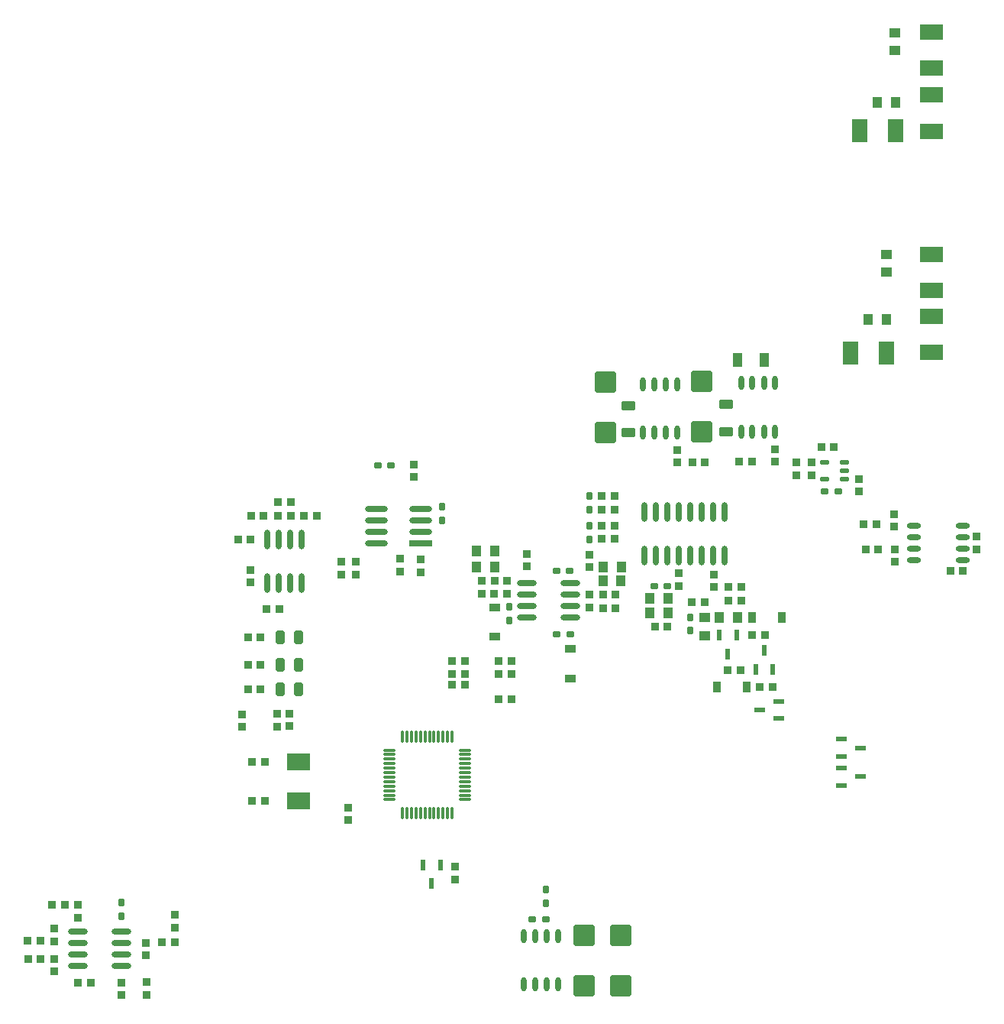
<source format=gtp>
G04*
G04 #@! TF.GenerationSoftware,Altium Limited,Altium Designer,21.6.1 (37)*
G04*
G04 Layer_Color=8421504*
%FSLAX42Y42*%
%MOMM*%
G71*
G04*
G04 #@! TF.SameCoordinates,B70E1F55-CC3E-4890-BAB1-BD4C742E8824*
G04*
G04*
G04 #@! TF.FilePolarity,Positive*
G04*
G01*
G75*
%ADD21R,0.85X0.85*%
%ADD22R,0.60X1.30*%
%ADD23R,0.85X0.85*%
%ADD24R,1.30X0.60*%
G04:AMPARAMS|DCode=25|XSize=0.8mm|YSize=0.75mm|CornerRadius=0.19mm|HoleSize=0mm|Usage=FLASHONLY|Rotation=270.000|XOffset=0mm|YOffset=0mm|HoleType=Round|Shape=RoundedRectangle|*
%AMROUNDEDRECTD25*
21,1,0.80,0.38,0,0,270.0*
21,1,0.43,0.75,0,0,270.0*
1,1,0.38,-0.19,-0.21*
1,1,0.38,-0.19,0.21*
1,1,0.38,0.19,0.21*
1,1,0.38,0.19,-0.21*
%
%ADD25ROUNDEDRECTD25*%
%ADD26O,1.40X0.30*%
%ADD27O,0.30X1.40*%
%ADD28O,0.60X2.20*%
G04:AMPARAMS|DCode=29|XSize=2.4mm|YSize=2.4mm|CornerRadius=0.3mm|HoleSize=0mm|Usage=FLASHONLY|Rotation=90.000|XOffset=0mm|YOffset=0mm|HoleType=Round|Shape=RoundedRectangle|*
%AMROUNDEDRECTD29*
21,1,2.40,1.80,0,0,90.0*
21,1,1.80,2.40,0,0,90.0*
1,1,0.60,0.90,0.90*
1,1,0.60,0.90,-0.90*
1,1,0.60,-0.90,-0.90*
1,1,0.60,-0.90,0.90*
%
%ADD29ROUNDEDRECTD29*%
G04:AMPARAMS|DCode=30|XSize=1mm|YSize=1.6mm|CornerRadius=0.25mm|HoleSize=0mm|Usage=FLASHONLY|Rotation=90.000|XOffset=0mm|YOffset=0mm|HoleType=Round|Shape=RoundedRectangle|*
%AMROUNDEDRECTD30*
21,1,1.00,1.10,0,0,90.0*
21,1,0.50,1.60,0,0,90.0*
1,1,0.50,0.55,0.25*
1,1,0.50,0.55,-0.25*
1,1,0.50,-0.55,-0.25*
1,1,0.50,-0.55,0.25*
%
%ADD30ROUNDEDRECTD30*%
%ADD31R,1.00X1.25*%
%ADD32O,2.20X0.60*%
G04:AMPARAMS|DCode=33|XSize=0.8mm|YSize=0.75mm|CornerRadius=0.19mm|HoleSize=0mm|Usage=FLASHONLY|Rotation=180.000|XOffset=0mm|YOffset=0mm|HoleType=Round|Shape=RoundedRectangle|*
%AMROUNDEDRECTD33*
21,1,0.80,0.38,0,0,180.0*
21,1,0.43,0.75,0,0,180.0*
1,1,0.38,-0.21,0.19*
1,1,0.38,0.21,0.19*
1,1,0.38,0.21,-0.19*
1,1,0.38,-0.21,-0.19*
%
%ADD33ROUNDEDRECTD33*%
%ADD34R,1.22X0.91*%
%ADD35R,1.25X1.00*%
G04:AMPARAMS|DCode=36|XSize=1.02mm|YSize=1.52mm|CornerRadius=0.25mm|HoleSize=0mm|Usage=FLASHONLY|Rotation=180.000|XOffset=0mm|YOffset=0mm|HoleType=Round|Shape=RoundedRectangle|*
%AMROUNDEDRECTD36*
21,1,1.02,1.02,0,0,180.0*
21,1,0.51,1.52,0,0,180.0*
1,1,0.51,-0.25,0.51*
1,1,0.51,0.25,0.51*
1,1,0.51,0.25,-0.51*
1,1,0.51,-0.25,-0.51*
%
%ADD36ROUNDEDRECTD36*%
%ADD37R,1.00X1.60*%
G04:AMPARAMS|DCode=38|XSize=0.55mm|YSize=1mm|CornerRadius=0.14mm|HoleSize=0mm|Usage=FLASHONLY|Rotation=90.000|XOffset=0mm|YOffset=0mm|HoleType=Round|Shape=RoundedRectangle|*
%AMROUNDEDRECTD38*
21,1,0.55,0.73,0,0,90.0*
21,1,0.28,1.00,0,0,90.0*
1,1,0.28,0.36,0.14*
1,1,0.28,0.36,-0.14*
1,1,0.28,-0.36,-0.14*
1,1,0.28,-0.36,0.14*
%
%ADD38ROUNDEDRECTD38*%
G04:AMPARAMS|DCode=39|XSize=1.55mm|YSize=0.6mm|CornerRadius=0.3mm|HoleSize=0mm|Usage=FLASHONLY|Rotation=270.000|XOffset=0mm|YOffset=0mm|HoleType=Round|Shape=RoundedRectangle|*
%AMROUNDEDRECTD39*
21,1,1.55,0.00,0,0,270.0*
21,1,0.95,0.60,0,0,270.0*
1,1,0.60,0.00,-0.48*
1,1,0.60,0.00,0.48*
1,1,0.60,0.00,0.48*
1,1,0.60,0.00,-0.48*
%
%ADD39ROUNDEDRECTD39*%
%ADD40R,2.50X0.70*%
%ADD41O,2.50X0.70*%
G04:AMPARAMS|DCode=42|XSize=1.55mm|YSize=0.6mm|CornerRadius=0.3mm|HoleSize=0mm|Usage=FLASHONLY|Rotation=180.000|XOffset=0mm|YOffset=0mm|HoleType=Round|Shape=RoundedRectangle|*
%AMROUNDEDRECTD42*
21,1,1.55,0.00,0,0,180.0*
21,1,0.95,0.60,0,0,180.0*
1,1,0.60,-0.48,0.00*
1,1,0.60,0.48,0.00*
1,1,0.60,0.48,0.00*
1,1,0.60,-0.48,0.00*
%
%ADD42ROUNDEDRECTD42*%
%ADD43R,1.70X2.50*%
%ADD44R,0.91X1.22*%
%ADD45R,2.60X1.90*%
%ADD46R,2.50X1.70*%
D21*
X10490Y4145D02*
D03*
X10630D02*
D03*
X10472Y4427D02*
D03*
X10612D02*
D03*
X7565Y4740D02*
D03*
X7705D02*
D03*
X7565Y4590D02*
D03*
X7705D02*
D03*
X6233Y3660D02*
D03*
X6372D02*
D03*
X6235Y3803D02*
D03*
X6375D02*
D03*
X7720Y3497D02*
D03*
X7580D02*
D03*
X7720Y3645D02*
D03*
X7580D02*
D03*
X7708Y4265D02*
D03*
X7568D02*
D03*
X7708Y4412D02*
D03*
X7568D02*
D03*
X1343Y-388D02*
D03*
X1202D02*
D03*
X1340Y-185D02*
D03*
X1200D02*
D03*
X1900Y-650D02*
D03*
X1760D02*
D03*
X2827Y-208D02*
D03*
X2688D02*
D03*
X11430Y3910D02*
D03*
X11570D02*
D03*
X1468Y208D02*
D03*
X1608D02*
D03*
X3830Y1790D02*
D03*
X3690D02*
D03*
X3830Y1360D02*
D03*
X3690D02*
D03*
X3532Y4258D02*
D03*
X3672D02*
D03*
X10000Y5280D02*
D03*
X10140D02*
D03*
X3780Y3170D02*
D03*
X3640D02*
D03*
X3780Y2870D02*
D03*
X3640D02*
D03*
X3780Y2600D02*
D03*
X3640D02*
D03*
X5908Y2767D02*
D03*
X6047D02*
D03*
X5908Y2645D02*
D03*
X6047D02*
D03*
X5908Y2912D02*
D03*
X6047D02*
D03*
X6423Y2767D02*
D03*
X6563D02*
D03*
X6423Y2485D02*
D03*
X6563D02*
D03*
X6423Y2915D02*
D03*
X6563D02*
D03*
X4115Y4520D02*
D03*
X3975D02*
D03*
X3817Y4520D02*
D03*
X3678D02*
D03*
X9090Y5120D02*
D03*
X9230D02*
D03*
X8710Y5110D02*
D03*
X8570D02*
D03*
X9103Y2812D02*
D03*
X8962D02*
D03*
X8972Y3583D02*
D03*
X9112D02*
D03*
X9110Y3730D02*
D03*
X8970D02*
D03*
X9460Y2625D02*
D03*
X9320D02*
D03*
X9372Y3198D02*
D03*
X9232D02*
D03*
X8155Y3292D02*
D03*
X8295D02*
D03*
X8705Y3560D02*
D03*
X8565D02*
D03*
X4403Y4520D02*
D03*
X4262D02*
D03*
X3850Y3490D02*
D03*
X3990D02*
D03*
X4115Y4670D02*
D03*
X3975D02*
D03*
D22*
X5775Y655D02*
D03*
X5585D02*
D03*
X5680Y445D02*
D03*
X9368Y3027D02*
D03*
X9462Y2817D02*
D03*
X9272D02*
D03*
X8965Y2988D02*
D03*
X8870Y3198D02*
D03*
X9060D02*
D03*
D23*
X5940Y490D02*
D03*
Y630D02*
D03*
X6738Y4100D02*
D03*
Y3960D02*
D03*
X7430Y4090D02*
D03*
Y3950D02*
D03*
X6518Y3658D02*
D03*
Y3797D02*
D03*
X7428Y3505D02*
D03*
Y3645D02*
D03*
X1495Y-528D02*
D03*
Y-388D02*
D03*
X1760Y208D02*
D03*
Y67D02*
D03*
X1493Y-55D02*
D03*
Y-195D02*
D03*
X2235Y-650D02*
D03*
Y-790D02*
D03*
X2510Y-210D02*
D03*
Y-350D02*
D03*
X2515Y-645D02*
D03*
Y-785D02*
D03*
X11720Y4150D02*
D03*
Y4290D02*
D03*
X2827Y98D02*
D03*
Y-43D02*
D03*
X9720Y5110D02*
D03*
Y4970D02*
D03*
X4750Y1150D02*
D03*
Y1290D02*
D03*
X3575Y2323D02*
D03*
Y2183D02*
D03*
X3965Y2325D02*
D03*
Y2185D02*
D03*
X10420Y4930D02*
D03*
Y4790D02*
D03*
X9890Y4970D02*
D03*
Y5110D02*
D03*
X4838Y4010D02*
D03*
Y3870D02*
D03*
X5558Y4038D02*
D03*
Y3897D02*
D03*
X5480Y5090D02*
D03*
Y4950D02*
D03*
X4105Y2327D02*
D03*
Y2188D02*
D03*
X10818Y4150D02*
D03*
Y4010D02*
D03*
X10810Y4400D02*
D03*
Y4540D02*
D03*
X8812Y3733D02*
D03*
Y3872D02*
D03*
X9490Y5120D02*
D03*
Y5260D02*
D03*
X8400Y5110D02*
D03*
Y5250D02*
D03*
X8422Y3883D02*
D03*
Y3742D02*
D03*
X3670Y3920D02*
D03*
Y3780D02*
D03*
X4680Y3870D02*
D03*
Y4010D02*
D03*
X5328Y3903D02*
D03*
Y4042D02*
D03*
D24*
X10225Y2045D02*
D03*
Y1855D02*
D03*
X10435Y1950D02*
D03*
X10225Y1725D02*
D03*
Y1535D02*
D03*
X10435Y1630D02*
D03*
X9320Y2373D02*
D03*
X9530Y2467D02*
D03*
Y2277D02*
D03*
D25*
X7432Y4588D02*
D03*
Y4738D02*
D03*
X6540Y3360D02*
D03*
Y3510D02*
D03*
X7430Y4260D02*
D03*
Y4410D02*
D03*
X8547Y3247D02*
D03*
Y3397D02*
D03*
X6947Y378D02*
D03*
Y228D02*
D03*
X2235Y238D02*
D03*
Y87D02*
D03*
X5797Y4622D02*
D03*
Y4472D02*
D03*
D26*
X5210Y1925D02*
D03*
Y1875D02*
D03*
Y1825D02*
D03*
Y1775D02*
D03*
Y1725D02*
D03*
Y1675D02*
D03*
Y1625D02*
D03*
Y1575D02*
D03*
Y1525D02*
D03*
Y1475D02*
D03*
Y1425D02*
D03*
Y1375D02*
D03*
X6050D02*
D03*
Y1425D02*
D03*
Y1475D02*
D03*
Y1525D02*
D03*
Y1575D02*
D03*
Y1625D02*
D03*
Y1675D02*
D03*
Y1725D02*
D03*
Y1775D02*
D03*
Y1825D02*
D03*
Y1875D02*
D03*
Y1925D02*
D03*
D27*
X5355Y1230D02*
D03*
X5405D02*
D03*
X5455D02*
D03*
X5505D02*
D03*
X5555D02*
D03*
X5605D02*
D03*
X5655D02*
D03*
X5705D02*
D03*
X5755D02*
D03*
X5805D02*
D03*
X5855D02*
D03*
X5905D02*
D03*
Y2070D02*
D03*
X5855D02*
D03*
X5805D02*
D03*
X5755D02*
D03*
X5705D02*
D03*
X5655D02*
D03*
X5605D02*
D03*
X5555D02*
D03*
X5505D02*
D03*
X5455D02*
D03*
X5405D02*
D03*
X5355D02*
D03*
D28*
X8042Y4080D02*
D03*
X8169D02*
D03*
X8296D02*
D03*
X8423D02*
D03*
X8550D02*
D03*
X8677D02*
D03*
X8804D02*
D03*
X8931D02*
D03*
X8042Y4560D02*
D03*
X8169D02*
D03*
X8296D02*
D03*
X8423D02*
D03*
X8550D02*
D03*
X8677D02*
D03*
X8804D02*
D03*
X8931D02*
D03*
X4235Y4258D02*
D03*
X4108D02*
D03*
X3981D02*
D03*
X3854D02*
D03*
X4235Y3778D02*
D03*
X4108D02*
D03*
X3981D02*
D03*
X3854D02*
D03*
D29*
X7603Y6005D02*
D03*
Y5445D02*
D03*
X8675Y6012D02*
D03*
Y5453D02*
D03*
X7778Y-690D02*
D03*
Y-130D02*
D03*
X7368Y-685D02*
D03*
Y-125D02*
D03*
D30*
X7860Y5740D02*
D03*
Y5440D02*
D03*
X8943Y5753D02*
D03*
Y5453D02*
D03*
D31*
X6378Y3955D02*
D03*
X6178D02*
D03*
X6378Y4130D02*
D03*
X6178D02*
D03*
X7578Y3797D02*
D03*
X7778D02*
D03*
X7580Y3953D02*
D03*
X7780D02*
D03*
X8297Y3445D02*
D03*
X8097D02*
D03*
X8297Y3603D02*
D03*
X8097D02*
D03*
X9068Y3392D02*
D03*
X8868D02*
D03*
X10820Y9097D02*
D03*
X10620D02*
D03*
X10720Y6700D02*
D03*
X10520D02*
D03*
D32*
X7215Y3390D02*
D03*
Y3517D02*
D03*
Y3644D02*
D03*
Y3771D02*
D03*
X6735Y3390D02*
D03*
Y3517D02*
D03*
Y3644D02*
D03*
Y3771D02*
D03*
X2238Y-468D02*
D03*
Y-341D02*
D03*
Y-214D02*
D03*
Y-87D02*
D03*
X1758Y-468D02*
D03*
Y-341D02*
D03*
Y-214D02*
D03*
Y-87D02*
D03*
D33*
X7212Y3912D02*
D03*
X7062D02*
D03*
X7065Y3212D02*
D03*
X7215D02*
D03*
X5231Y5078D02*
D03*
X5081D02*
D03*
X10040Y4790D02*
D03*
X10190D02*
D03*
X8145Y3740D02*
D03*
X8295D02*
D03*
X6797Y50D02*
D03*
X6947D02*
D03*
D34*
X6378Y3180D02*
D03*
Y3508D02*
D03*
X7218Y2720D02*
D03*
Y3048D02*
D03*
D35*
X8703Y3192D02*
D03*
Y3392D02*
D03*
X10818Y9675D02*
D03*
Y9875D02*
D03*
X10720Y7220D02*
D03*
Y7420D02*
D03*
D36*
X3998Y3170D02*
D03*
X4202D02*
D03*
Y2870D02*
D03*
X3998D02*
D03*
Y2600D02*
D03*
X4202D02*
D03*
D37*
X9070Y6250D02*
D03*
X9370D02*
D03*
D38*
X10260Y4925D02*
D03*
Y5020D02*
D03*
Y5115D02*
D03*
X10040D02*
D03*
Y4925D02*
D03*
D39*
X7078Y-133D02*
D03*
X6951D02*
D03*
X6824D02*
D03*
X6697D02*
D03*
Y-672D02*
D03*
X6824D02*
D03*
X6951D02*
D03*
X7078D02*
D03*
X9110Y5450D02*
D03*
X9236D02*
D03*
X9364D02*
D03*
X9490D02*
D03*
Y5990D02*
D03*
X9364D02*
D03*
X9236D02*
D03*
X9110D02*
D03*
X8019Y5440D02*
D03*
X8146D02*
D03*
X8274D02*
D03*
X8400D02*
D03*
Y5980D02*
D03*
X8274D02*
D03*
X8146D02*
D03*
X8019D02*
D03*
D40*
X5555Y4215D02*
D03*
D41*
Y4342D02*
D03*
Y4469D02*
D03*
Y4596D02*
D03*
X5065Y4215D02*
D03*
Y4342D02*
D03*
Y4469D02*
D03*
Y4596D02*
D03*
D42*
X11568Y4027D02*
D03*
Y4154D02*
D03*
Y4281D02*
D03*
Y4408D02*
D03*
X11028D02*
D03*
Y4281D02*
D03*
Y4154D02*
D03*
Y4027D02*
D03*
D43*
X10422Y8785D02*
D03*
X10822D02*
D03*
X10720Y6320D02*
D03*
X10320D02*
D03*
D44*
X9170Y2625D02*
D03*
X8843D02*
D03*
X9562Y3395D02*
D03*
X9235D02*
D03*
D45*
X4200Y1795D02*
D03*
Y1365D02*
D03*
D46*
X11218Y9878D02*
D03*
Y9478D02*
D03*
X11222Y8782D02*
D03*
Y9182D02*
D03*
X11220Y6330D02*
D03*
Y6730D02*
D03*
X11222Y7420D02*
D03*
Y7020D02*
D03*
M02*

</source>
